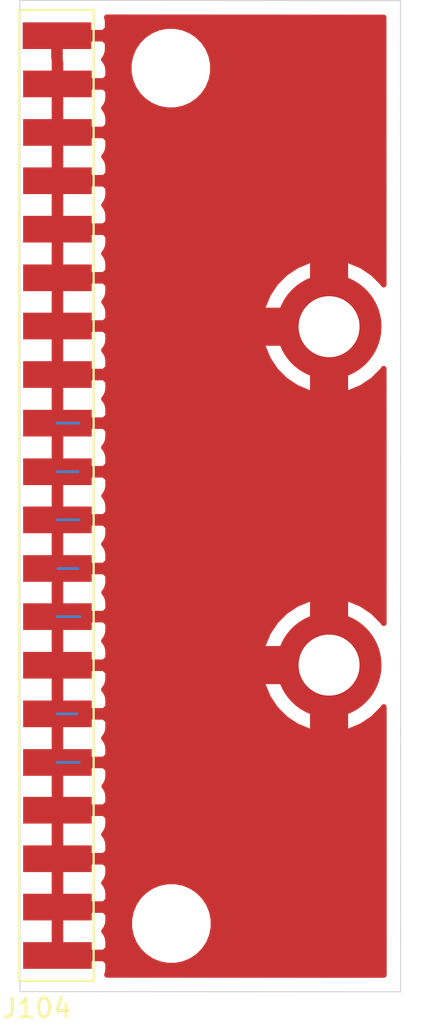
<source format=kicad_pcb>
(kicad_pcb (version 20171130) (host pcbnew "(5.1.5)-3")

  (general
    (thickness 1.6)
    (drawings 8)
    (tracks 51)
    (zones 0)
    (modules 5)
    (nets 2)
  )

  (page A4)
  (layers
    (0 F.Cu signal)
    (31 B.Cu signal)
    (33 F.Adhes user)
    (35 F.Paste user)
    (37 F.SilkS user)
    (38 B.Mask user)
    (39 F.Mask user)
    (40 Dwgs.User user)
    (41 Cmts.User user)
    (42 Eco1.User user)
    (43 Eco2.User user)
    (44 Edge.Cuts user)
    (45 Margin user)
    (46 B.CrtYd user)
    (47 F.CrtYd user)
    (49 F.Fab user)
  )

  (setup
    (last_trace_width 0.25)
    (user_trace_width 1.5)
    (user_trace_width 2)
    (trace_clearance 0.2)
    (zone_clearance 0.708)
    (zone_45_only no)
    (trace_min 0.2)
    (via_size 0.8)
    (via_drill 0.4)
    (via_min_size 0.4)
    (via_min_drill 0.3)
    (uvia_size 0.3)
    (uvia_drill 0.1)
    (uvias_allowed no)
    (uvia_min_size 0.2)
    (uvia_min_drill 0.1)
    (edge_width 0.05)
    (segment_width 0.2)
    (pcb_text_width 0.3)
    (pcb_text_size 1.5 1.5)
    (mod_edge_width 0.12)
    (mod_text_size 1 1)
    (mod_text_width 0.15)
    (pad_size 5.5 5.5)
    (pad_drill 3.2)
    (pad_to_mask_clearance 0.051)
    (solder_mask_min_width 0.25)
    (aux_axis_origin 0 0)
    (grid_origin 101.35616 120.71604)
    (visible_elements 7FFFFFFF)
    (pcbplotparams
      (layerselection 0x010fc_ffffffff)
      (usegerberextensions false)
      (usegerberattributes false)
      (usegerberadvancedattributes false)
      (creategerberjobfile false)
      (excludeedgelayer true)
      (linewidth 0.100000)
      (plotframeref false)
      (viasonmask false)
      (mode 1)
      (useauxorigin false)
      (hpglpennumber 1)
      (hpglpenspeed 20)
      (hpglpendiameter 15.000000)
      (psnegative false)
      (psa4output false)
      (plotreference true)
      (plotvalue true)
      (plotinvisibletext false)
      (padsonsilk false)
      (subtractmaskfromsilk false)
      (outputformat 1)
      (mirror false)
      (drillshape 1)
      (scaleselection 1)
      (outputdirectory ""))
  )

  (net 0 "")
  (net 1 /GND)

  (net_class Default "Это класс цепей по умолчанию."
    (clearance 0.2)
    (trace_width 0.25)
    (via_dia 0.8)
    (via_drill 0.4)
    (uvia_dia 0.3)
    (uvia_drill 0.1)
    (add_net /GND)
  )

  (module LogAn:MH_2_5mm_WOut_ring (layer F.Cu) (tedit 5E88986B) (tstamp 5E8916D1)
    (at 109.30382 117.1448)
    (descr "solder Pin_ diameter 1.0mm, hole diameter 1.0mm (press fit), length 10.0mm")
    (tags "solder Pin_ press fit")
    (path /5E8A2B19)
    (fp_text reference MEH102 (at 0 2.25) (layer F.SilkS) hide
      (effects (font (size 1 1) (thickness 0.15)))
    )
    (fp_text value MH_M2_5_WOut_Ring (at 0 -2.05) (layer F.Fab) hide
      (effects (font (size 1 1) (thickness 0.15)))
    )
    (fp_circle (center 0 0) (end 1 0) (layer F.Fab) (width 0.12))
    (fp_circle (center 0 0) (end 0.5 0) (layer F.Fab) (width 0.12))
    (fp_circle (center 0 0) (end 1.5 0) (layer F.CrtYd) (width 0.05))
    (fp_text user %R (at 0 2.25) (layer F.Fab) hide
      (effects (font (size 1 1) (thickness 0.15)))
    )
    (pad "" np_thru_hole circle (at 0 0 90) (size 2.7 2.7) (drill 2.7) (layers *.Cu *.Mask))
  )

  (module LogAn:MH_2_5mm_WOut_ring (layer F.Cu) (tedit 5E88986B) (tstamp 5E8916C8)
    (at 109.27588 72.27316)
    (descr "solder Pin_ diameter 1.0mm, hole diameter 1.0mm (press fit), length 10.0mm")
    (tags "solder Pin_ press fit")
    (path /5E8A20DC)
    (fp_text reference MEH101 (at 0 2.25) (layer F.SilkS) hide
      (effects (font (size 1 1) (thickness 0.15)))
    )
    (fp_text value MH_M2_5_WOut_Ring (at 0 -2.05) (layer F.Fab) hide
      (effects (font (size 1 1) (thickness 0.15)))
    )
    (fp_circle (center 0 0) (end 1 0) (layer F.Fab) (width 0.12))
    (fp_circle (center 0 0) (end 0.5 0) (layer F.Fab) (width 0.12))
    (fp_circle (center 0 0) (end 1.5 0) (layer F.CrtYd) (width 0.05))
    (fp_text user %R (at 0 2.25) (layer F.Fab) hide
      (effects (font (size 1 1) (thickness 0.15)))
    )
    (pad "" np_thru_hole circle (at 0 0 90) (size 2.7 2.7) (drill 2.7) (layers *.Cu *.Mask))
  )

  (module LogAn:PinSocket_1x20_P2.54mm_SMD_HOR (layer F.Cu) (tedit 5E889DEA) (tstamp 5E89112C)
    (at 100.97516 118.8212 180)
    (descr "Through hole straight socket strip, 2x20, 2.54mm pitch, double cols (from Kicad 4.0.7), script generated")
    (tags "Through hole socket strip THT 2x20 2.54mm double row")
    (path /5E89BE20)
    (fp_text reference J104 (at -1.27 -2.77) (layer F.SilkS)
      (effects (font (size 1 1) (thickness 0.15)))
    )
    (fp_text value J_Conn_01x20_2.5_Male (at -6.37 -2.78) (layer B.Fab) hide
      (effects (font (size 1 1) (thickness 0.15)) (justify mirror))
    )
    (fp_text user %R (at -1.27 24.13 90) (layer F.Fab)
      (effects (font (size 1 1) (thickness 0.15)))
    )
    (fp_line (start -4.375 50) (end -4.375 -1.8) (layer F.CrtYd) (width 0.05))
    (fp_line (start -0.2 50) (end -4.375 50) (layer F.CrtYd) (width 0.05))
    (fp_line (start -0.225 -1.8) (end -0.2 50) (layer F.CrtYd) (width 0.05))
    (fp_line (start -4.375 -1.8) (end -0.225 -1.8) (layer F.CrtYd) (width 0.05))
    (fp_line (start -0.35 -1.325) (end -0.35 1.35) (layer F.SilkS) (width 0.12))
    (fp_line (start -0.35 1.35) (end -0.35 49.59) (layer F.SilkS) (width 0.12))
    (fp_line (start -4.25 49.59) (end -0.35 49.59) (layer F.SilkS) (width 0.12))
    (fp_line (start -4.25 -1.32) (end -4.25 49.59) (layer F.SilkS) (width 0.12))
    (fp_line (start -4.25 -1.33) (end -0.35 -1.33) (layer F.SilkS) (width 0.12))
    (fp_line (start -3.81 49.53) (end -3.81 -1.27) (layer F.Fab) (width 0.1))
    (fp_line (start -0.35 49.53) (end -3.81 49.53) (layer F.Fab) (width 0.1))
    (fp_line (start -0.35 -0.27) (end -0.35 49.53) (layer F.Fab) (width 0.1))
    (fp_line (start -1.375 -1.275) (end -0.375 -0.275) (layer F.Fab) (width 0.1))
    (fp_line (start -3.81 -1.27) (end -1.375 -1.275) (layer F.Fab) (width 0.1))
    (pad 20 smd rect (at -2.325 48.25 180) (size 3.6 1.4) (layers F.Cu F.Paste F.Mask)
      (net 1 /GND))
    (pad 19 smd rect (at -2.35 45.72 180) (size 3.6 1.4) (layers F.Cu F.Paste F.Mask)
      (net 1 /GND))
    (pad 18 smd rect (at -2.35 43.175 180) (size 3.6 1.4) (layers F.Cu F.Paste F.Mask)
      (net 1 /GND))
    (pad 17 smd rect (at -2.35 40.64 180) (size 3.6 1.4) (layers F.Cu F.Paste F.Mask)
      (net 1 /GND))
    (pad 16 smd rect (at -2.35 38.1 180) (size 3.6 1.4) (layers F.Cu F.Paste F.Mask)
      (net 1 /GND))
    (pad 15 smd rect (at -2.35 35.55 180) (size 3.6 1.4) (layers F.Cu F.Paste F.Mask)
      (net 1 /GND))
    (pad 14 smd rect (at -2.35 33.02 180) (size 3.6 1.4) (layers F.Cu F.Paste F.Mask)
      (net 1 /GND))
    (pad 13 smd rect (at -2.35 30.475 180) (size 3.6 1.4) (layers F.Cu F.Paste F.Mask)
      (net 1 /GND))
    (pad 12 smd rect (at -2.35 27.925 180) (size 3.6 1.4) (layers F.Cu F.Paste F.Mask)
      (net 1 /GND))
    (pad 11 smd rect (at -2.35 25.375 180) (size 3.6 1.4) (layers F.Cu F.Paste F.Mask)
      (net 1 /GND))
    (pad 10 smd rect (at -2.35 22.85 180) (size 3.6 1.4) (layers F.Cu F.Paste F.Mask)
      (net 1 /GND))
    (pad 9 smd rect (at -2.35 20.3 180) (size 3.6 1.4) (layers F.Cu F.Paste F.Mask)
      (net 1 /GND))
    (pad 8 smd rect (at -2.35 17.775 180) (size 3.6 1.4) (layers F.Cu F.Paste F.Mask)
      (net 1 /GND))
    (pad 7 smd rect (at -2.35 15.225 180) (size 3.6 1.4) (layers F.Cu F.Paste F.Mask)
      (net 1 /GND))
    (pad 6 smd rect (at -2.35 12.675 180) (size 3.6 1.4) (layers F.Cu F.Paste F.Mask)
      (net 1 /GND))
    (pad 5 smd rect (at -2.35 10.125 180) (size 3.6 1.4) (layers F.Cu F.Paste F.Mask)
      (net 1 /GND))
    (pad 4 smd rect (at -2.35 7.62 180) (size 3.6 1.4) (layers F.Cu F.Paste F.Mask)
      (net 1 /GND))
    (pad 3 smd rect (at -2.35 5.075 180) (size 3.6 1.4) (layers F.Cu F.Paste F.Mask)
      (net 1 /GND))
    (pad 2 smd rect (at -2.35 2.54 180) (size 3.6 1.4) (layers F.Cu F.Paste F.Mask)
      (net 1 /GND))
    (pad 1 smd rect (at -2.35 0 180) (size 3.6 1.4) (layers F.Cu F.Paste F.Mask)
      (net 1 /GND))
    (model "C:/KiKad/LogAn/lib/3d/User Library-1x10 TH Pitch 2_54mm.STEP"
      (offset (xyz -0.5 -11.5 0.35))
      (scale (xyz 1 1 1))
      (rotate (xyz 0 0 90))
    )
    (model "C:/KiKad/LogAn/lib/3d/User Library-1x10 TH Pitch 2_54mm.STEP"
      (offset (xyz -0.5 -36.8 0.35))
      (scale (xyz 1 1 1))
      (rotate (xyz 0 0 90))
    )
  )

  (module LogAn:MH_Spacer_M2_3mm (layer F.Cu) (tedit 5E889D48) (tstamp 5E890CED)
    (at 117.53342 103.58846)
    (descr "solder Pin_ diameter 1.0mm, hole diameter 1.0mm (press fit), length 10.0mm")
    (tags "solder Pin_ press fit")
    (path /5E89858E)
    (fp_text reference J102 (at 0 2.25) (layer F.SilkS) hide
      (effects (font (size 1 1) (thickness 0.15)))
    )
    (fp_text value MH_M2_W_Spacer_3mm (at 0 -2.05) (layer F.Fab) hide
      (effects (font (size 1 1) (thickness 0.15)))
    )
    (fp_circle (center 0 0) (end 1 0) (layer F.Fab) (width 0.12))
    (fp_circle (center 0 0) (end 0.5 0) (layer F.Fab) (width 0.12))
    (fp_circle (center 0 0) (end 1.5 0) (layer F.CrtYd) (width 0.05))
    (fp_text user %R (at 0 2.25) (layer F.Fab) hide
      (effects (font (size 1 1) (thickness 0.15)))
    )
    (pad 1 smd circle (at 0 0) (size 0.8 0.8) (layers F.Cu)
      (net 1 /GND))
    (pad "" np_thru_hole circle (at 0.04436 0 90) (size 5.5 5.5) (drill 3.2) (layers *.Mask F.Cu))
    (model C:/KiKad/LogAn/lib/3d/WURTH_Spacer.STEP
      (offset (xyz 0 0 3.05))
      (scale (xyz 1 1 1))
      (rotate (xyz 90 0 0))
    )
  )

  (module LogAn:MH_Spacer_M2_3mm (layer F.Cu) (tedit 5E889C8A) (tstamp 5E890CE3)
    (at 117.57778 85.83712)
    (descr "solder Pin_ diameter 1.0mm, hole diameter 1.0mm (press fit), length 10.0mm")
    (tags "solder Pin_ press fit")
    (path /5E898594)
    (fp_text reference J101 (at 0 2.25) (layer F.SilkS) hide
      (effects (font (size 1 1) (thickness 0.15)))
    )
    (fp_text value MH_M2_W_Spacer_3mm (at 0 -2.05) (layer F.Fab) hide
      (effects (font (size 1 1) (thickness 0.15)))
    )
    (fp_circle (center 0 0) (end 1 0) (layer F.Fab) (width 0.12))
    (fp_circle (center 0 0) (end 0.5 0) (layer F.Fab) (width 0.12))
    (fp_circle (center 0 0) (end 1.5 0) (layer F.CrtYd) (width 0.05))
    (fp_text user %R (at 0 2.25) (layer F.Fab) hide
      (effects (font (size 1 1) (thickness 0.15)))
    )
    (pad 1 smd circle (at 0 0) (size 0.8 0.8) (layers F.Cu)
      (net 1 /GND))
    (pad "" np_thru_hole circle (at 0 0 90) (size 5.5 5.5) (drill 3.2) (layers *.Mask F.Cu))
    (model C:/KiKad/LogAn/lib/3d/WURTH_Spacer.STEP
      (offset (xyz 0 0 3.05))
      (scale (xyz 1 1 1))
      (rotate (xyz 90 0 0))
    )
  )

  (gr_line (start 121.3231 68.7324) (end 101.35108 68.72366) (layer Edge.Cuts) (width 0.05) (tstamp 5E890811))
  (gr_line (start 121.3358 120.7262) (end 121.3231 68.7324) (layer Edge.Cuts) (width 0.05))
  (gr_line (start 101.35616 120.71604) (end 121.3358 120.7262) (layer Edge.Cuts) (width 0.05))
  (gr_circle (center 117.57778 103.58846) (end 119.77778 103.58846) (layer Dwgs.User) (width 0.15) (tstamp 5E88A2F5))
  (gr_line (start 101.35616 120.71604) (end 101.35108 68.72366) (layer Edge.Cuts) (width 0.05) (tstamp 5E88A2F6))
  (gr_circle (center 117.57778 85.83712) (end 119.77778 85.83712) (layer Dwgs.User) (width 0.15) (tstamp 5E88A2F4))
  (gr_circle (center 109.30778 117.14532) (end 111.80778 117.14532) (layer Dwgs.User) (width 0.15) (tstamp 5E88A2F3))
  (gr_circle (center 109.27778 72.28532) (end 111.77778 72.28532) (layer Dwgs.User) (width 0.15) (tstamp 5E88A2F2))

  (segment (start 115.56492 82.60334) (end 115.56492 81.77276) (width 0.13) (layer In2.Cu) (net 0) (tstamp 5E88A5A0))
  (segment (start 115.12042 83.04784) (end 115.56492 82.60334) (width 0.13) (layer In2.Cu) (net 0) (tstamp 5E88A5A1))
  (segment (start 114.48288 83.04784) (end 115.12042 83.04784) (width 0.13) (layer In2.Cu) (net 0) (tstamp 5E88A5A2))
  (segment (start 113.88598 83.25104) (end 114.27968 83.25104) (width 0.13) (layer In2.Cu) (net 0) (tstamp 5E88A5A3))
  (segment (start 114.27968 83.25104) (end 114.48288 83.04784) (width 0.13) (layer In2.Cu) (net 0) (tstamp 5E88A5A4))
  (segment (start 115.56492 81.77276) (end 115.94338 81.3943) (width 0.13) (layer In2.Cu) (net 0) (tstamp 5E88A5A5))
  (segment (start 115.94338 81.3943) (end 118.52148 81.3943) (width 0.13) (layer In2.Cu) (net 0) (tstamp 5E88A5A6))
  (segment (start 118.52148 81.3943) (end 122.54738 85.4202) (width 0.13) (layer In2.Cu) (net 0) (tstamp 5E88A5A7))
  (segment (start 122.54738 85.4202) (end 122.54738 90.22588) (width 0.13) (layer In2.Cu) (net 0) (tstamp 5E88A5A8))
  (segment (start 115.0239 82.81162) (end 115.32616 82.50936) (width 0.13) (layer In2.Cu) (net 0) (tstamp 5E88A5B7))
  (segment (start 113.89614 82.6135) (end 114.2746 82.6135) (width 0.13) (layer In2.Cu) (net 0) (tstamp 5E88A5B8))
  (segment (start 114.47272 82.81162) (end 115.0239 82.81162) (width 0.13) (layer In2.Cu) (net 0) (tstamp 5E88A5B9))
  (segment (start 114.2746 82.6135) (end 114.47272 82.81162) (width 0.13) (layer In2.Cu) (net 0) (tstamp 5E88A5BA))
  (segment (start 115.32616 82.50936) (end 115.32616 81.67878) (width 0.13) (layer In2.Cu) (net 0) (tstamp 5E88A5BB))
  (segment (start 115.84686 81.15808) (end 118.62054 81.15808) (width 0.13) (layer In2.Cu) (net 0) (tstamp 5E88A5BC))
  (segment (start 115.32616 81.67878) (end 115.84686 81.15808) (width 0.13) (layer In2.Cu) (net 0) (tstamp 5E88A5BD))
  (segment (start 119.20728 115.37442) (end 119.20728 115.44808) (width 0.2) (layer In2.Cu) (net 0) (tstamp 5E88A66D))
  (segment (start 119.15394 113.80724) (end 119.15394 118.94058) (width 0.5) (layer In2.Cu) (net 0) (tstamp 5E88A68B))
  (segment (start 113.67008 108.32338) (end 119.15394 113.80724) (width 0.5) (layer In2.Cu) (net 0) (tstamp 5E88A68C))
  (segment (start 113.68786 91.0971) (end 113.66246 91.1225) (width 0.5) (layer In2.Cu) (net 0) (tstamp 5E88A68D))
  (segment (start 113.66246 91.1225) (end 113.66246 95.81388) (width 0.5) (layer In2.Cu) (net 0) (tstamp 5E88A68E))
  (segment (start 113.66246 95.81388) (end 113.67008 95.8215) (width 0.5) (layer In2.Cu) (net 0) (tstamp 5E88A68F))
  (segment (start 113.67008 95.8215) (end 113.67008 108.32338) (width 0.5) (layer In2.Cu) (net 0) (tstamp 5E88A690))
  (segment (start 120.97258 110.61954) (end 120.87352 110.7186) (width 0.2) (layer In2.Cu) (net 0) (tstamp 5E88A69F))
  (segment (start 120.87352 110.7186) (end 120.87352 114.37366) (width 0.2) (layer In2.Cu) (net 0) (tstamp 5E88A6A7))
  (segment (start 107.07624 119.86768) (end 117.07622 119.86768) (width 1) (layer In2.Cu) (net 0) (tstamp 5E88A70D))
  (segment (start 103.23576 118.8339) (end 106.04246 118.8339) (width 1) (layer In2.Cu) (net 0) (tstamp 5E88A70E))
  (segment (start 106.04246 118.8339) (end 107.07624 119.86768) (width 1) (layer In2.Cu) (net 0) (tstamp 5E88A70F))
  (segment (start 116.18214 92.81922) (end 116.18214 94.07398) (width 0.13) (layer In2.Cu) (net 0) (tstamp 5E88A81C))
  (segment (start 114.57432 105.47604) (end 115.76304 106.66476) (width 0.15) (layer In2.Cu) (net 0) (tstamp 5E88A821))
  (segment (start 103.31246 108.69366) (end 104.4606 108.69366) (width 0.15) (layer B.Cu) (net 0) (tstamp 5E88A4B5))
  (segment (start 103.31246 106.14366) (end 104.34788 106.14366) (width 0.15) (layer B.Cu) (net 0) (tstamp 5E88A4A0))
  (segment (start 103.31246 101.04866) (end 104.43988 101.04866) (width 0.15) (layer B.Cu) (net 0) (tstamp 5E88A488))
  (segment (start 103.31246 101.04866) (end 104.5183 101.04866) (width 0.13) (layer B.Cu) (net 0) (tstamp 5E88A487))
  (segment (start 103.33746 98.51866) (end 104.40892 98.51866) (width 0.15) (layer B.Cu) (net 0) (tstamp 5E88A471))
  (segment (start 103.31246 95.96866) (end 104.45004 95.96866) (width 0.15) (layer B.Cu) (net 0) (tstamp 5E88A46A))
  (segment (start 103.31246 93.44366) (end 104.39868 93.44366) (width 0.15) (layer B.Cu) (net 0) (tstamp 5E88A455))
  (segment (start 103.31246 90.89366) (end 104.44758 90.89366) (width 0.15) (layer B.Cu) (net 0) (tstamp 5E88A44E))
  (segment (start 117.57778 103.58846) (end 117.57778 109.59474) (width 2) (layer F.Cu) (net 0))
  (segment (start 117.57778 103.58846) (end 111.34888 103.58846) (width 2) (layer F.Cu) (net 0))
  (segment (start 103.31246 101.04366) (end 104.44488 101.04366) (width 0.15) (layer F.Cu) (net 1) (tstamp 5E88A47E))
  (segment (start 103.31246 108.69366) (end 104.46314 108.69366) (width 0.15) (layer F.Cu) (net 1) (tstamp 5E88A4AD))
  (segment (start 103.31246 106.14366) (end 104.34788 106.14366) (width 0.15) (layer F.Cu) (net 1) (tstamp 5E88A49A))
  (segment (start 103.31246 98.51866) (end 104.40892 98.51866) (width 0.15) (layer F.Cu) (net 1) (tstamp 5E88A463))
  (segment (start 103.31246 95.96866) (end 104.45258 95.96866) (width 0.15) (layer F.Cu) (net 1) (tstamp 5E88A45C))
  (segment (start 103.31246 93.44366) (end 104.4063 93.44366) (width 0.15) (layer F.Cu) (net 1) (tstamp 5E88A447))
  (segment (start 103.31246 90.89366) (end 104.44758 90.89366) (width 0.15) (layer F.Cu) (net 1) (tstamp 5E88A440))
  (segment (start 117.57778 103.5441) (end 117.53342 103.58846) (width 2) (layer F.Cu) (net 1))
  (segment (start 117.57778 85.83712) (end 117.57778 103.5441) (width 2) (layer F.Cu) (net 1))
  (segment (start 117.57778 85.83712) (end 117.57778 78.54578) (width 2) (layer F.Cu) (net 1))
  (segment (start 117.57778 85.83712) (end 110.95772 85.83712) (width 2) (layer F.Cu) (net 1))

  (zone (net 1) (net_name /GND) (layer F.Cu) (tstamp 0) (hatch edge 0.508)
    (connect_pads (clearance 0.708))
    (min_thickness 0.3)
    (fill yes (arc_segments 32) (thermal_gap 0.708) (thermal_bridge_width 0.608))
    (polygon
      (pts
        (xy 121.14022 120.52808) (xy 101.6254 120.53316) (xy 101.66858 69.0372) (xy 121.0945 69.01942)
      )
    )
    (filled_polygon
      (pts
        (xy 120.440316 69.615013) (xy 120.44374 83.632103) (xy 120.380297 83.537154) (xy 119.877746 83.034603) (xy 119.286809 82.639751)
        (xy 118.630195 82.367773) (xy 117.933137 82.22912) (xy 117.222423 82.22912) (xy 116.525365 82.367773) (xy 115.868751 82.639751)
        (xy 115.277814 83.034603) (xy 114.775263 83.537154) (xy 114.380411 84.128091) (xy 114.108433 84.784705) (xy 113.96978 85.481763)
        (xy 113.96978 86.192477) (xy 114.108433 86.889535) (xy 114.380411 87.546149) (xy 114.775263 88.137086) (xy 115.277814 88.639637)
        (xy 115.868751 89.034489) (xy 116.525365 89.306467) (xy 117.222423 89.44512) (xy 117.933137 89.44512) (xy 118.630195 89.306467)
        (xy 119.286809 89.034489) (xy 119.877746 88.639637) (xy 120.380297 88.137086) (xy 120.444817 88.040526) (xy 120.448077 101.389934)
        (xy 120.380297 101.288494) (xy 119.877746 100.785943) (xy 119.286809 100.391091) (xy 118.630195 100.119113) (xy 117.933137 99.98046)
        (xy 117.222423 99.98046) (xy 116.525365 100.119113) (xy 115.868751 100.391091) (xy 115.277814 100.785943) (xy 114.775263 101.288494)
        (xy 114.380411 101.879431) (xy 114.108433 102.536045) (xy 113.96978 103.233103) (xy 113.96978 103.943817) (xy 114.108433 104.640875)
        (xy 114.380411 105.297489) (xy 114.775263 105.888426) (xy 115.277814 106.390977) (xy 115.868751 106.785829) (xy 116.525365 107.057807)
        (xy 117.222423 107.19646) (xy 117.933137 107.19646) (xy 118.630195 107.057807) (xy 119.286809 106.785829) (xy 119.877746 106.390977)
        (xy 120.380297 105.888426) (xy 120.449151 105.785379) (xy 120.452585 119.842752) (xy 105.926467 119.835365) (xy 105.970745 119.689397)
        (xy 105.987311 119.5212) (xy 105.98316 119.1897) (xy 105.76866 118.9752) (xy 103.47916 118.9752) (xy 103.47916 118.9952)
        (xy 103.17116 118.9952) (xy 103.17116 118.9752) (xy 103.15116 118.9752) (xy 103.15116 118.6672) (xy 103.17116 118.6672)
        (xy 103.17116 116.4352) (xy 103.47916 116.4352) (xy 103.47916 118.6672) (xy 105.76866 118.6672) (xy 105.98316 118.4527)
        (xy 105.987311 118.1212) (xy 105.970745 117.953003) (xy 105.921684 117.791269) (xy 105.842012 117.642215) (xy 105.767319 117.5512)
        (xy 105.842012 117.460185) (xy 105.921684 117.311131) (xy 105.970745 117.149397) (xy 105.987311 116.9812) (xy 105.986637 116.927331)
        (xy 107.09582 116.927331) (xy 107.09582 117.362269) (xy 107.180672 117.78885) (xy 107.347115 118.19068) (xy 107.588754 118.552318)
        (xy 107.896302 118.859866) (xy 108.25794 119.101505) (xy 108.65977 119.267948) (xy 109.086351 119.3528) (xy 109.521289 119.3528)
        (xy 109.94787 119.267948) (xy 110.3497 119.101505) (xy 110.711338 118.859866) (xy 111.018886 118.552318) (xy 111.260525 118.19068)
        (xy 111.426968 117.78885) (xy 111.51182 117.362269) (xy 111.51182 116.927331) (xy 111.426968 116.50075) (xy 111.260525 116.09892)
        (xy 111.018886 115.737282) (xy 110.711338 115.429734) (xy 110.3497 115.188095) (xy 109.94787 115.021652) (xy 109.521289 114.9368)
        (xy 109.086351 114.9368) (xy 108.65977 115.021652) (xy 108.25794 115.188095) (xy 107.896302 115.429734) (xy 107.588754 115.737282)
        (xy 107.347115 116.09892) (xy 107.180672 116.50075) (xy 107.09582 116.927331) (xy 105.986637 116.927331) (xy 105.98316 116.6497)
        (xy 105.76866 116.4352) (xy 103.47916 116.4352) (xy 103.17116 116.4352) (xy 103.15116 116.4352) (xy 103.15116 116.1272)
        (xy 103.17116 116.1272) (xy 103.17116 113.9002) (xy 103.47916 113.9002) (xy 103.47916 116.1272) (xy 105.76866 116.1272)
        (xy 105.98316 115.9127) (xy 105.987311 115.5812) (xy 105.970745 115.413003) (xy 105.921684 115.251269) (xy 105.842012 115.102215)
        (xy 105.76937 115.0137) (xy 105.842012 114.925185) (xy 105.921684 114.776131) (xy 105.970745 114.614397) (xy 105.987311 114.4462)
        (xy 105.98316 114.1147) (xy 105.76866 113.9002) (xy 103.47916 113.9002) (xy 103.17116 113.9002) (xy 103.15116 113.9002)
        (xy 103.15116 113.5922) (xy 103.17116 113.5922) (xy 103.17116 111.3552) (xy 103.47916 111.3552) (xy 103.47916 113.5922)
        (xy 105.76866 113.5922) (xy 105.98316 113.3777) (xy 105.987311 113.0462) (xy 105.970745 112.878003) (xy 105.921684 112.716269)
        (xy 105.842012 112.567215) (xy 105.765267 112.4737) (xy 105.842012 112.380185) (xy 105.921684 112.231131) (xy 105.970745 112.069397)
        (xy 105.987311 111.9012) (xy 105.98316 111.5697) (xy 105.76866 111.3552) (xy 103.47916 111.3552) (xy 103.17116 111.3552)
        (xy 103.15116 111.3552) (xy 103.15116 111.0472) (xy 103.17116 111.0472) (xy 103.17116 108.8502) (xy 103.47916 108.8502)
        (xy 103.47916 111.0472) (xy 105.76866 111.0472) (xy 105.98316 110.8327) (xy 105.987311 110.5012) (xy 105.970745 110.333003)
        (xy 105.921684 110.171269) (xy 105.842012 110.022215) (xy 105.78168 109.9487) (xy 105.842012 109.875185) (xy 105.921684 109.726131)
        (xy 105.970745 109.564397) (xy 105.987311 109.3962) (xy 105.98316 109.0647) (xy 105.76866 108.8502) (xy 103.47916 108.8502)
        (xy 103.17116 108.8502) (xy 103.15116 108.8502) (xy 103.15116 108.5422) (xy 103.17116 108.5422) (xy 103.17116 106.3002)
        (xy 103.47916 106.3002) (xy 103.47916 108.5422) (xy 105.76866 108.5422) (xy 105.98316 108.3277) (xy 105.987311 107.9962)
        (xy 105.970745 107.828003) (xy 105.921684 107.666269) (xy 105.842012 107.517215) (xy 105.763215 107.4212) (xy 105.842012 107.325185)
        (xy 105.921684 107.176131) (xy 105.970745 107.014397) (xy 105.987311 106.8462) (xy 105.98316 106.5147) (xy 105.76866 106.3002)
        (xy 103.47916 106.3002) (xy 103.17116 106.3002) (xy 103.15116 106.3002) (xy 103.15116 105.9922) (xy 103.17116 105.9922)
        (xy 103.17116 103.7502) (xy 103.47916 103.7502) (xy 103.47916 105.9922) (xy 105.76866 105.9922) (xy 105.98316 105.7777)
        (xy 105.987311 105.4462) (xy 105.970745 105.278003) (xy 105.921684 105.116269) (xy 105.842012 104.967215) (xy 105.763215 104.8712)
        (xy 105.842012 104.775185) (xy 105.921684 104.626131) (xy 105.970745 104.464397) (xy 105.987311 104.2962) (xy 105.98316 103.9647)
        (xy 105.76866 103.7502) (xy 103.47916 103.7502) (xy 103.17116 103.7502) (xy 103.15116 103.7502) (xy 103.15116 103.4422)
        (xy 103.17116 103.4422) (xy 103.17116 101.2002) (xy 103.47916 101.2002) (xy 103.47916 103.4422) (xy 105.76866 103.4422)
        (xy 105.98316 103.2277) (xy 105.987311 102.8962) (xy 105.970745 102.728003) (xy 105.921684 102.566269) (xy 105.842012 102.417215)
        (xy 105.763215 102.3212) (xy 105.842012 102.225185) (xy 105.921684 102.076131) (xy 105.970745 101.914397) (xy 105.987311 101.7462)
        (xy 105.98316 101.4147) (xy 105.76866 101.2002) (xy 103.47916 101.2002) (xy 103.17116 101.2002) (xy 103.15116 101.2002)
        (xy 103.15116 100.8922) (xy 103.17116 100.8922) (xy 103.17116 98.6752) (xy 103.47916 98.6752) (xy 103.47916 100.8922)
        (xy 105.76866 100.8922) (xy 105.98316 100.6777) (xy 105.987311 100.3462) (xy 105.970745 100.178003) (xy 105.921684 100.016269)
        (xy 105.842012 99.867215) (xy 105.773474 99.7837) (xy 105.842012 99.700185) (xy 105.921684 99.551131) (xy 105.970745 99.389397)
        (xy 105.987311 99.2212) (xy 105.98316 98.8897) (xy 105.76866 98.6752) (xy 103.47916 98.6752) (xy 103.17116 98.6752)
        (xy 103.15116 98.6752) (xy 103.15116 98.3672) (xy 103.17116 98.3672) (xy 103.17116 96.1252) (xy 103.47916 96.1252)
        (xy 103.47916 98.3672) (xy 105.76866 98.3672) (xy 105.98316 98.1527) (xy 105.987311 97.8212) (xy 105.970745 97.653003)
        (xy 105.921684 97.491269) (xy 105.842012 97.342215) (xy 105.763215 97.2462) (xy 105.842012 97.150185) (xy 105.921684 97.001131)
        (xy 105.970745 96.839397) (xy 105.987311 96.6712) (xy 105.98316 96.3397) (xy 105.76866 96.1252) (xy 103.47916 96.1252)
        (xy 103.17116 96.1252) (xy 103.15116 96.1252) (xy 103.15116 95.8172) (xy 103.17116 95.8172) (xy 103.17116 93.6002)
        (xy 103.47916 93.6002) (xy 103.47916 95.8172) (xy 105.76866 95.8172) (xy 105.98316 95.6027) (xy 105.987311 95.2712)
        (xy 105.970745 95.103003) (xy 105.921684 94.941269) (xy 105.842012 94.792215) (xy 105.773474 94.7087) (xy 105.842012 94.625185)
        (xy 105.921684 94.476131) (xy 105.970745 94.314397) (xy 105.987311 94.1462) (xy 105.98316 93.8147) (xy 105.76866 93.6002)
        (xy 103.47916 93.6002) (xy 103.17116 93.6002) (xy 103.15116 93.6002) (xy 103.15116 93.2922) (xy 103.17116 93.2922)
        (xy 103.17116 91.0502) (xy 103.47916 91.0502) (xy 103.47916 93.2922) (xy 105.76866 93.2922) (xy 105.98316 93.0777)
        (xy 105.987311 92.7462) (xy 105.970745 92.578003) (xy 105.921684 92.416269) (xy 105.842012 92.267215) (xy 105.763215 92.1712)
        (xy 105.842012 92.075185) (xy 105.921684 91.926131) (xy 105.970745 91.764397) (xy 105.987311 91.5962) (xy 105.98316 91.2647)
        (xy 105.76866 91.0502) (xy 103.47916 91.0502) (xy 103.17116 91.0502) (xy 103.15116 91.0502) (xy 103.15116 90.7422)
        (xy 103.17116 90.7422) (xy 103.17116 88.5002) (xy 103.47916 88.5002) (xy 103.47916 90.7422) (xy 105.76866 90.7422)
        (xy 105.98316 90.5277) (xy 105.987311 90.1962) (xy 105.970745 90.028003) (xy 105.921684 89.866269) (xy 105.842012 89.717215)
        (xy 105.763215 89.6212) (xy 105.842012 89.525185) (xy 105.921684 89.376131) (xy 105.970745 89.214397) (xy 105.987311 89.0462)
        (xy 105.98316 88.7147) (xy 105.76866 88.5002) (xy 103.47916 88.5002) (xy 103.17116 88.5002) (xy 103.15116 88.5002)
        (xy 103.15116 88.1922) (xy 103.17116 88.1922) (xy 103.17116 85.9552) (xy 103.47916 85.9552) (xy 103.47916 88.1922)
        (xy 105.76866 88.1922) (xy 105.98316 87.9777) (xy 105.987311 87.6462) (xy 105.970745 87.478003) (xy 105.921684 87.316269)
        (xy 105.842012 87.167215) (xy 105.765267 87.0737) (xy 105.842012 86.980185) (xy 105.921684 86.831131) (xy 105.970745 86.669397)
        (xy 105.987311 86.5012) (xy 105.98316 86.1697) (xy 105.76866 85.9552) (xy 103.47916 85.9552) (xy 103.17116 85.9552)
        (xy 103.15116 85.9552) (xy 103.15116 85.6472) (xy 103.17116 85.6472) (xy 103.17116 83.4252) (xy 103.47916 83.4252)
        (xy 103.47916 85.6472) (xy 105.76866 85.6472) (xy 105.98316 85.4327) (xy 105.987311 85.1012) (xy 105.970745 84.933003)
        (xy 105.921684 84.771269) (xy 105.842012 84.622215) (xy 105.771422 84.5362) (xy 105.842012 84.450185) (xy 105.921684 84.301131)
        (xy 105.970745 84.139397) (xy 105.987311 83.9712) (xy 105.98316 83.6397) (xy 105.76866 83.4252) (xy 103.47916 83.4252)
        (xy 103.17116 83.4252) (xy 103.15116 83.4252) (xy 103.15116 83.1172) (xy 103.17116 83.1172) (xy 103.17116 80.8752)
        (xy 103.47916 80.8752) (xy 103.47916 83.1172) (xy 105.76866 83.1172) (xy 105.98316 82.9027) (xy 105.987311 82.5712)
        (xy 105.970745 82.403003) (xy 105.921684 82.241269) (xy 105.842012 82.092215) (xy 105.763215 81.9962) (xy 105.842012 81.900185)
        (xy 105.921684 81.751131) (xy 105.970745 81.589397) (xy 105.987311 81.4212) (xy 105.98316 81.0897) (xy 105.76866 80.8752)
        (xy 103.47916 80.8752) (xy 103.17116 80.8752) (xy 103.15116 80.8752) (xy 103.15116 80.5672) (xy 103.17116 80.5672)
        (xy 103.17116 78.3352) (xy 103.47916 78.3352) (xy 103.47916 80.5672) (xy 105.76866 80.5672) (xy 105.98316 80.3527)
        (xy 105.987311 80.0212) (xy 105.970745 79.853003) (xy 105.921684 79.691269) (xy 105.842012 79.542215) (xy 105.767319 79.4512)
        (xy 105.842012 79.360185) (xy 105.921684 79.211131) (xy 105.970745 79.049397) (xy 105.987311 78.8812) (xy 105.98316 78.5497)
        (xy 105.76866 78.3352) (xy 103.47916 78.3352) (xy 103.17116 78.3352) (xy 103.15116 78.3352) (xy 103.15116 78.0272)
        (xy 103.17116 78.0272) (xy 103.17116 75.8002) (xy 103.47916 75.8002) (xy 103.47916 78.0272) (xy 105.76866 78.0272)
        (xy 105.98316 77.8127) (xy 105.987311 77.4812) (xy 105.970745 77.313003) (xy 105.921684 77.151269) (xy 105.842012 77.002215)
        (xy 105.76937 76.9137) (xy 105.842012 76.825185) (xy 105.921684 76.676131) (xy 105.970745 76.514397) (xy 105.987311 76.3462)
        (xy 105.98316 76.0147) (xy 105.76866 75.8002) (xy 103.47916 75.8002) (xy 103.17116 75.8002) (xy 103.15116 75.8002)
        (xy 103.15116 75.4922) (xy 103.17116 75.4922) (xy 103.17116 73.2552) (xy 103.47916 73.2552) (xy 103.47916 75.4922)
        (xy 105.76866 75.4922) (xy 105.98316 75.2777) (xy 105.987311 74.9462) (xy 105.970745 74.778003) (xy 105.921684 74.616269)
        (xy 105.842012 74.467215) (xy 105.765267 74.3737) (xy 105.842012 74.280185) (xy 105.921684 74.131131) (xy 105.970745 73.969397)
        (xy 105.987311 73.8012) (xy 105.98316 73.4697) (xy 105.76866 73.2552) (xy 103.47916 73.2552) (xy 103.17116 73.2552)
        (xy 103.15116 73.2552) (xy 103.15116 72.9472) (xy 103.17116 72.9472) (xy 103.17116 71.7577) (xy 103.14616 71.7327)
        (xy 103.14616 70.7252) (xy 103.45416 70.7252) (xy 103.45416 71.9147) (xy 103.47916 71.9397) (xy 103.47916 72.9472)
        (xy 105.76866 72.9472) (xy 105.98316 72.7327) (xy 105.987311 72.4012) (xy 105.970745 72.233003) (xy 105.921684 72.071269)
        (xy 105.913358 72.055691) (xy 107.06788 72.055691) (xy 107.06788 72.490629) (xy 107.152732 72.91721) (xy 107.319175 73.31904)
        (xy 107.560814 73.680678) (xy 107.868362 73.988226) (xy 108.23 74.229865) (xy 108.63183 74.396308) (xy 109.058411 74.48116)
        (xy 109.493349 74.48116) (xy 109.91993 74.396308) (xy 110.32176 74.229865) (xy 110.683398 73.988226) (xy 110.990946 73.680678)
        (xy 111.232585 73.31904) (xy 111.399028 72.91721) (xy 111.48388 72.490629) (xy 111.48388 72.055691) (xy 111.399028 71.62911)
        (xy 111.232585 71.22728) (xy 110.990946 70.865642) (xy 110.683398 70.558094) (xy 110.32176 70.316455) (xy 109.91993 70.150012)
        (xy 109.493349 70.06516) (xy 109.058411 70.06516) (xy 108.63183 70.150012) (xy 108.23 70.316455) (xy 107.868362 70.558094)
        (xy 107.560814 70.865642) (xy 107.319175 71.22728) (xy 107.152732 71.62911) (xy 107.06788 72.055691) (xy 105.913358 72.055691)
        (xy 105.842012 71.922215) (xy 105.758922 71.820969) (xy 105.817012 71.750185) (xy 105.896684 71.601131) (xy 105.945745 71.439397)
        (xy 105.962311 71.2712) (xy 105.95816 70.9397) (xy 105.74366 70.7252) (xy 103.45416 70.7252) (xy 103.14616 70.7252)
        (xy 103.12616 70.7252) (xy 103.12616 70.4172) (xy 103.14616 70.4172) (xy 103.14616 70.3972) (xy 103.45416 70.3972)
        (xy 103.45416 70.4172) (xy 105.74366 70.4172) (xy 105.95816 70.2027) (xy 105.962311 69.8712) (xy 105.945745 69.703003)
        (xy 105.917126 69.608657)
      )
    )
  )
)

</source>
